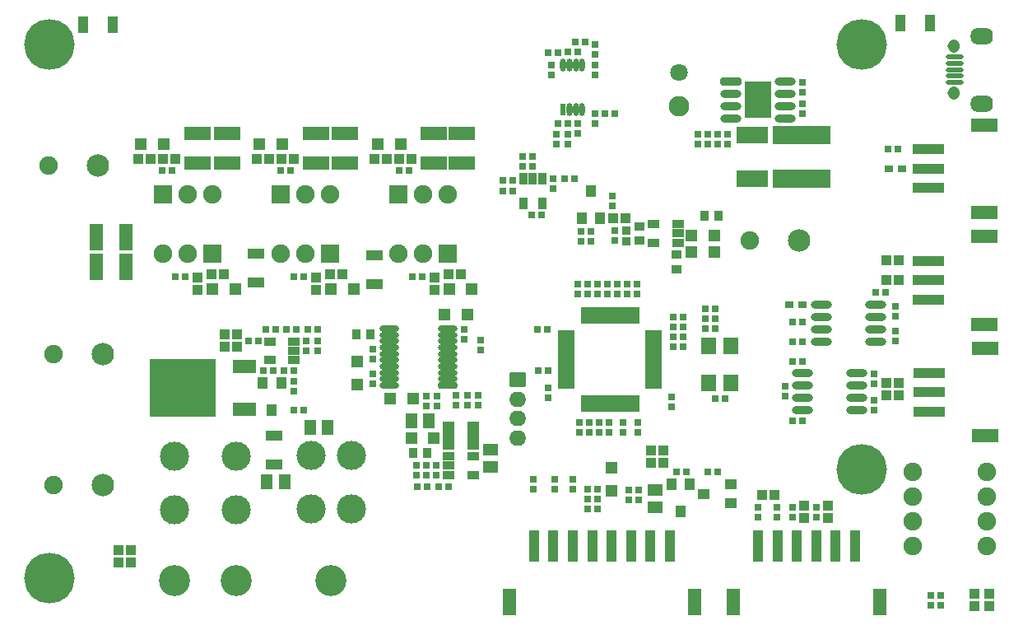
<source format=gts>
G04*
G04 #@! TF.GenerationSoftware,Altium Limited,Altium Designer,19.1.5 (86)*
G04*
G04 Layer_Color=8388736*
%FSLAX25Y25*%
%MOIN*%
G70*
G01*
G75*
%ADD61R,0.03800X0.02800*%
%ADD75R,0.04000X0.04000*%
%ADD76R,0.04000X0.04000*%
%ADD77R,0.03000X0.03000*%
%ADD78R,0.05131X0.04147*%
%ADD79R,0.06400X0.04600*%
%ADD80R,0.04147X0.05131*%
%ADD81R,0.04300X0.03800*%
%ADD82R,0.03000X0.03000*%
%ADD83O,0.02400X0.05131*%
%ADD84R,0.02400X0.05131*%
%ADD85R,0.04300X0.04000*%
%ADD86R,0.05147X0.04954*%
%ADD87R,0.05107X0.04835*%
%ADD88R,0.06600X0.04400*%
%ADD89R,0.12611X0.07060*%
%ADD90R,0.04400X0.06600*%
%ADD91R,0.04600X0.06400*%
%ADD92R,0.10800X0.05800*%
%ADD93R,0.04835X0.05107*%
%ADD94R,0.04954X0.05147*%
%ADD95R,0.05800X0.10800*%
%ADD96R,0.03950X0.12611*%
%ADD97R,0.05524X0.10642*%
%ADD98R,0.10642X0.05524*%
%ADD99R,0.12611X0.03950*%
%ADD100R,0.23241X0.07493*%
%ADD101R,0.26800X0.23800*%
%ADD102R,0.09400X0.05600*%
%ADD103R,0.03200X0.04800*%
%ADD104R,0.03600X0.04600*%
%ADD105R,0.04800X0.03200*%
%ADD106R,0.04600X0.03600*%
%ADD107R,0.11115X0.14619*%
G04:AMPARAMS|DCode=108|XSize=31.62mil|YSize=86.74mil|CornerRadius=9.91mil|HoleSize=0mil|Usage=FLASHONLY|Rotation=90.000|XOffset=0mil|YOffset=0mil|HoleType=Round|Shape=RoundedRectangle|*
%AMROUNDEDRECTD108*
21,1,0.03162,0.06693,0,0,90.0*
21,1,0.01181,0.08674,0,0,90.0*
1,1,0.01981,0.03347,0.00591*
1,1,0.01981,0.03347,-0.00591*
1,1,0.01981,-0.03347,-0.00591*
1,1,0.01981,-0.03347,0.00591*
%
%ADD108ROUNDEDRECTD108*%
%ADD109O,0.08674X0.03162*%
%ADD110R,0.05918X0.07099*%
G04:AMPARAMS|DCode=111|XSize=20mil|YSize=72mil|CornerRadius=7mil|HoleSize=0mil|Usage=FLASHONLY|Rotation=270.000|XOffset=0mil|YOffset=0mil|HoleType=Round|Shape=RoundedRectangle|*
%AMROUNDEDRECTD111*
21,1,0.02000,0.05800,0,0,270.0*
21,1,0.00600,0.07200,0,0,270.0*
1,1,0.01400,-0.02900,-0.00300*
1,1,0.01400,-0.02900,0.00300*
1,1,0.01400,0.02900,0.00300*
1,1,0.01400,0.02900,-0.00300*
%
%ADD111ROUNDEDRECTD111*%
%ADD112O,0.07800X0.02700*%
G04:AMPARAMS|DCode=113|XSize=27mil|YSize=78mil|CornerRadius=8.75mil|HoleSize=0mil|Usage=FLASHONLY|Rotation=90.000|XOffset=0mil|YOffset=0mil|HoleType=Round|Shape=RoundedRectangle|*
%AMROUNDEDRECTD113*
21,1,0.02700,0.06050,0,0,90.0*
21,1,0.00950,0.07800,0,0,90.0*
1,1,0.01750,0.03025,0.00475*
1,1,0.01750,0.03025,-0.00475*
1,1,0.01750,-0.03025,-0.00475*
1,1,0.01750,-0.03025,0.00475*
%
%ADD113ROUNDEDRECTD113*%
%ADD114R,0.04737X0.11430*%
%ADD115O,0.08674X0.03162*%
%ADD116R,0.03300X0.03300*%
%ADD117R,0.03800X0.04300*%
%ADD118R,0.01981X0.06706*%
%ADD119R,0.06706X0.01981*%
%ADD120C,0.20485*%
%ADD121C,0.11824*%
%ADD122C,0.12611*%
%ADD123C,0.09068*%
%ADD124C,0.07493*%
%ADD125R,0.07493X0.07493*%
%ADD126C,0.07493*%
%ADD127C,0.08280*%
%ADD128C,0.07099*%
G04:AMPARAMS|DCode=129|XSize=90mil|YSize=68mil|CornerRadius=27.2mil|HoleSize=0mil|Usage=FLASHONLY|Rotation=0.000|XOffset=0mil|YOffset=0mil|HoleType=Round|Shape=RoundedRectangle|*
%AMROUNDEDRECTD129*
21,1,0.09000,0.01360,0,0,0.0*
21,1,0.03560,0.06800,0,0,0.0*
1,1,0.05440,0.01780,-0.00680*
1,1,0.05440,-0.01780,-0.00680*
1,1,0.05440,-0.01780,0.00680*
1,1,0.05440,0.01780,0.00680*
%
%ADD129ROUNDEDRECTD129*%
%ADD130O,0.05000X0.05400*%
%ADD131O,0.06800X0.06300*%
G04:AMPARAMS|DCode=132|XSize=63mil|YSize=68mil|CornerRadius=10.88mil|HoleSize=0mil|Usage=FLASHONLY|Rotation=270.000|XOffset=0mil|YOffset=0mil|HoleType=Round|Shape=RoundedRectangle|*
%AMROUNDEDRECTD132*
21,1,0.06300,0.04625,0,0,270.0*
21,1,0.04125,0.06800,0,0,270.0*
1,1,0.02175,-0.02313,-0.02063*
1,1,0.02175,-0.02313,0.02063*
1,1,0.02175,0.02313,0.02063*
1,1,0.02175,0.02313,-0.02063*
%
%ADD132ROUNDEDRECTD132*%
G54D61*
X361200Y181500D02*
D03*
X355800D02*
D03*
X315600Y126500D02*
D03*
X321000D02*
D03*
G54D75*
X331300Y45200D02*
D03*
Y40200D02*
D03*
X321700Y45300D02*
D03*
Y40300D02*
D03*
X171900Y132600D02*
D03*
Y137600D02*
D03*
X76000Y132500D02*
D03*
Y137500D02*
D03*
X124000Y132500D02*
D03*
Y137500D02*
D03*
X43900Y27400D02*
D03*
Y22400D02*
D03*
X48900D02*
D03*
Y27400D02*
D03*
G54D76*
X264700Y67700D02*
D03*
X259700D02*
D03*
Y62700D02*
D03*
X264700D02*
D03*
X177400Y139100D02*
D03*
X182400D02*
D03*
X162500Y185500D02*
D03*
X157500D02*
D03*
X129500Y139000D02*
D03*
X134500D02*
D03*
X105000Y185500D02*
D03*
X100000D02*
D03*
X152500D02*
D03*
X147500D02*
D03*
X115000D02*
D03*
X110000D02*
D03*
X81500Y139000D02*
D03*
X86500D02*
D03*
X57000Y185500D02*
D03*
X52000D02*
D03*
X67000D02*
D03*
X62000D02*
D03*
X304500Y49500D02*
D03*
X309500D02*
D03*
X360000Y144500D02*
D03*
X355000D02*
D03*
X360000Y95000D02*
D03*
X355000D02*
D03*
X360000Y136500D02*
D03*
X355000D02*
D03*
X360000Y90000D02*
D03*
X355000D02*
D03*
X244260Y161492D02*
D03*
X249260D02*
D03*
X87000Y114500D02*
D03*
X92000D02*
D03*
Y109500D02*
D03*
X87000D02*
D03*
G54D77*
X269900Y59000D02*
D03*
X273900D02*
D03*
X282700Y58900D02*
D03*
X286700D02*
D03*
X199500Y177000D02*
D03*
X203500D02*
D03*
X199500Y172500D02*
D03*
X203500D02*
D03*
X228780Y233000D02*
D03*
X232780D02*
D03*
X225780Y229000D02*
D03*
X229780D02*
D03*
X217779Y228500D02*
D03*
X221779D02*
D03*
X245000Y204000D02*
D03*
X241000D02*
D03*
X221779Y200000D02*
D03*
X225780D02*
D03*
X373000Y5000D02*
D03*
X377000D02*
D03*
X373000Y9000D02*
D03*
X377000D02*
D03*
X166900Y138100D02*
D03*
X162900D02*
D03*
X71000Y138000D02*
D03*
X67000D02*
D03*
X61500Y181000D02*
D03*
X65500D02*
D03*
X157500D02*
D03*
X161500D02*
D03*
X119000Y138000D02*
D03*
X115000D02*
D03*
X109500Y181000D02*
D03*
X113500D02*
D03*
X224500Y177500D02*
D03*
X228500D02*
D03*
X214000Y100000D02*
D03*
X218000D02*
D03*
X317000Y119500D02*
D03*
X321000D02*
D03*
X317000Y111500D02*
D03*
X321000D02*
D03*
X317000Y103500D02*
D03*
X321000D02*
D03*
X317000Y79500D02*
D03*
X321000D02*
D03*
X238000Y52011D02*
D03*
X234000D02*
D03*
X238000Y48011D02*
D03*
X234000D02*
D03*
X238000Y44011D02*
D03*
X234000D02*
D03*
X359500Y189500D02*
D03*
X355500D02*
D03*
X285500Y121000D02*
D03*
X281500D02*
D03*
X173500Y53000D02*
D03*
X177500D02*
D03*
X231100Y156400D02*
D03*
X235100D02*
D03*
Y152400D02*
D03*
X231100D02*
D03*
X124500Y116500D02*
D03*
X120500D02*
D03*
X119000Y84000D02*
D03*
X115000D02*
D03*
X100500Y112000D02*
D03*
X96500D02*
D03*
X111000Y100000D02*
D03*
X115000D02*
D03*
X272500Y121500D02*
D03*
X268500D02*
D03*
X215200Y163000D02*
D03*
X211200D02*
D03*
X272500Y117500D02*
D03*
X268500D02*
D03*
X354500Y131500D02*
D03*
X350500D02*
D03*
X281500Y125000D02*
D03*
X285500D02*
D03*
X268500Y109500D02*
D03*
X272500D02*
D03*
X281500Y117000D02*
D03*
X285500D02*
D03*
X289500Y88500D02*
D03*
X285500D02*
D03*
X165000Y53000D02*
D03*
X169000D02*
D03*
X112000Y116500D02*
D03*
X116000D02*
D03*
X107500D02*
D03*
X103500D02*
D03*
X102500Y100000D02*
D03*
X106500D02*
D03*
X213500Y116500D02*
D03*
X217500D02*
D03*
X272500Y113500D02*
D03*
X268500D02*
D03*
G54D78*
X291892Y46360D02*
D03*
Y53840D02*
D03*
X280908Y50100D02*
D03*
G54D79*
X261200Y44500D02*
D03*
Y51700D02*
D03*
X194500Y60900D02*
D03*
Y68100D02*
D03*
G54D80*
X275340Y54092D02*
D03*
X267860D02*
D03*
X271600Y43108D02*
D03*
X235260Y172484D02*
D03*
X239000Y161500D02*
D03*
X231520D02*
D03*
X106000Y84008D02*
D03*
X102260Y94992D02*
D03*
X109740D02*
D03*
G54D81*
X270000Y141100D02*
D03*
Y146900D02*
D03*
X255000Y152600D02*
D03*
Y158400D02*
D03*
G54D82*
X180600Y90000D02*
D03*
Y86000D02*
D03*
X168500Y89500D02*
D03*
Y85500D02*
D03*
X189600Y90000D02*
D03*
Y86000D02*
D03*
X220000Y177500D02*
D03*
Y173500D02*
D03*
X219280Y219500D02*
D03*
Y223500D02*
D03*
X225780Y195500D02*
D03*
Y191500D02*
D03*
X236779Y219500D02*
D03*
Y223500D02*
D03*
Y228000D02*
D03*
Y232000D02*
D03*
X229780Y200000D02*
D03*
Y196000D02*
D03*
X236779Y204000D02*
D03*
Y200000D02*
D03*
X221280Y191500D02*
D03*
Y195500D02*
D03*
X238000Y131000D02*
D03*
Y135000D02*
D03*
X250000Y131000D02*
D03*
Y135000D02*
D03*
X254500Y47500D02*
D03*
Y51500D02*
D03*
X250500Y47500D02*
D03*
Y51500D02*
D03*
X120000Y112000D02*
D03*
Y108000D02*
D03*
X124500D02*
D03*
Y112000D02*
D03*
X173000Y89500D02*
D03*
Y85500D02*
D03*
X190400Y108200D02*
D03*
Y112200D02*
D03*
X185100Y90000D02*
D03*
Y86000D02*
D03*
X207500Y182500D02*
D03*
Y186500D02*
D03*
X326500Y40500D02*
D03*
Y44500D02*
D03*
X316900Y40600D02*
D03*
Y44600D02*
D03*
X310400Y40600D02*
D03*
Y44600D02*
D03*
X358500Y126000D02*
D03*
Y122000D02*
D03*
X303000Y40600D02*
D03*
Y44600D02*
D03*
X358500Y116000D02*
D03*
Y112000D02*
D03*
X228000Y56011D02*
D03*
Y52011D02*
D03*
X220500Y56011D02*
D03*
Y52011D02*
D03*
X212000Y56011D02*
D03*
Y52011D02*
D03*
X248100Y79000D02*
D03*
Y75000D02*
D03*
X321000Y208000D02*
D03*
Y204000D02*
D03*
X286500Y195500D02*
D03*
Y191500D02*
D03*
X321000Y216500D02*
D03*
Y212500D02*
D03*
X278500Y191500D02*
D03*
Y195500D02*
D03*
X164500Y57500D02*
D03*
Y61500D02*
D03*
X168500Y57500D02*
D03*
Y61500D02*
D03*
X172500D02*
D03*
Y57500D02*
D03*
X115000Y95500D02*
D03*
Y91500D02*
D03*
X184000Y116500D02*
D03*
Y112500D02*
D03*
X147000Y104500D02*
D03*
Y108500D02*
D03*
Y94500D02*
D03*
Y98500D02*
D03*
X211500Y186500D02*
D03*
Y182500D02*
D03*
X254000Y135000D02*
D03*
Y131000D02*
D03*
X238500Y75000D02*
D03*
Y79000D02*
D03*
X242500D02*
D03*
Y75000D02*
D03*
X314000Y93500D02*
D03*
Y89500D02*
D03*
X350000Y94500D02*
D03*
Y98500D02*
D03*
Y88000D02*
D03*
Y84000D02*
D03*
X230500Y75000D02*
D03*
Y79000D02*
D03*
X234500Y75000D02*
D03*
Y79000D02*
D03*
X234000Y135000D02*
D03*
Y131000D02*
D03*
X246000Y135000D02*
D03*
Y131000D02*
D03*
X230000D02*
D03*
Y135000D02*
D03*
X218000Y93000D02*
D03*
Y89000D02*
D03*
X267943Y89316D02*
D03*
Y85316D02*
D03*
X254200Y79000D02*
D03*
Y75000D02*
D03*
X290500Y195500D02*
D03*
Y191500D02*
D03*
X282500Y195500D02*
D03*
Y191500D02*
D03*
X244000Y166500D02*
D03*
Y170500D02*
D03*
X245000Y156500D02*
D03*
Y152500D02*
D03*
X242000Y135000D02*
D03*
Y131000D02*
D03*
G54D83*
X229059Y205500D02*
D03*
X231618D02*
D03*
X223941Y223500D02*
D03*
X229059D02*
D03*
X226500D02*
D03*
X231618D02*
D03*
X226500Y205500D02*
D03*
G54D84*
X223941D02*
D03*
G54D85*
X390500Y4500D02*
D03*
X396500D02*
D03*
X390500Y9500D02*
D03*
X396500D02*
D03*
G54D86*
X243500Y60571D02*
D03*
X140500Y94429D02*
D03*
G54D87*
X243500Y51429D02*
D03*
X140500Y103571D02*
D03*
G54D88*
X147500Y135000D02*
D03*
Y146800D02*
D03*
X99500Y135600D02*
D03*
Y147400D02*
D03*
X107000Y62000D02*
D03*
Y73800D02*
D03*
G54D89*
X300500Y195358D02*
D03*
Y177642D02*
D03*
G54D90*
X41400Y240000D02*
D03*
X29600D02*
D03*
X360600Y240500D02*
D03*
X372400D02*
D03*
G54D91*
X111100Y55000D02*
D03*
X103900D02*
D03*
X128600Y77000D02*
D03*
X121400D02*
D03*
X162400Y79500D02*
D03*
X169600D02*
D03*
G54D92*
X183000Y184000D02*
D03*
Y196000D02*
D03*
X171500Y184000D02*
D03*
Y196000D02*
D03*
X135500Y184000D02*
D03*
Y196000D02*
D03*
X88000Y184000D02*
D03*
Y196000D02*
D03*
X124000Y184000D02*
D03*
Y196000D02*
D03*
X76000Y184000D02*
D03*
Y196000D02*
D03*
G54D93*
X186971Y133100D02*
D03*
X53000Y191500D02*
D03*
X91071Y133000D02*
D03*
X101000Y191500D02*
D03*
X148929D02*
D03*
X139071Y133000D02*
D03*
X185071Y122500D02*
D03*
X153929Y88500D02*
D03*
X162429Y72500D02*
D03*
X275929Y148000D02*
D03*
Y154500D02*
D03*
G54D94*
X177829Y133100D02*
D03*
X62142Y191500D02*
D03*
X81929Y133000D02*
D03*
X110142Y191500D02*
D03*
X158071D02*
D03*
X129929Y133000D02*
D03*
X175929Y122500D02*
D03*
X163071Y88500D02*
D03*
X171571Y72500D02*
D03*
X285071Y148000D02*
D03*
Y154500D02*
D03*
G54D95*
X47000Y142000D02*
D03*
X35000D02*
D03*
X47000Y154000D02*
D03*
X35000D02*
D03*
G54D96*
X235752Y29000D02*
D03*
X243626D02*
D03*
X227878D02*
D03*
X251500D02*
D03*
X267248D02*
D03*
X259374D02*
D03*
X220004D02*
D03*
X212130D02*
D03*
X310752D02*
D03*
X318626D02*
D03*
X302878D02*
D03*
X326500D02*
D03*
X342248D02*
D03*
X334374D02*
D03*
G54D97*
X277091Y6362D02*
D03*
X202287D02*
D03*
X352091D02*
D03*
X293035D02*
D03*
G54D98*
X394638Y118783D02*
D03*
Y154217D02*
D03*
X395000Y108933D02*
D03*
Y73500D02*
D03*
X394500Y164000D02*
D03*
Y199433D02*
D03*
G54D99*
X372000Y136500D02*
D03*
Y144374D02*
D03*
Y128626D02*
D03*
X372362Y83342D02*
D03*
Y99090D02*
D03*
Y91216D02*
D03*
X371862Y181717D02*
D03*
Y189591D02*
D03*
Y173843D02*
D03*
G54D100*
X320500Y177642D02*
D03*
Y195358D02*
D03*
G54D101*
X70000Y93000D02*
D03*
G54D102*
X95000Y84250D02*
D03*
X95000Y101750D02*
D03*
G54D103*
X215440Y177500D02*
D03*
X207960D02*
D03*
X211700D02*
D03*
G54D104*
X207960Y167657D02*
D03*
X215440D02*
D03*
G54D105*
X177579Y65240D02*
D03*
Y57760D02*
D03*
Y61500D02*
D03*
X270421Y151760D02*
D03*
Y159240D02*
D03*
Y155500D02*
D03*
X114921Y104260D02*
D03*
Y111740D02*
D03*
Y108000D02*
D03*
G54D106*
X187421Y57760D02*
D03*
Y65240D02*
D03*
X260579Y159240D02*
D03*
Y151760D02*
D03*
X105079Y111740D02*
D03*
Y104260D02*
D03*
G54D107*
X303000Y209500D02*
D03*
G54D108*
X292000Y217000D02*
D03*
G54D109*
Y212000D02*
D03*
Y207000D02*
D03*
X314000Y202000D02*
D03*
Y212000D02*
D03*
Y217000D02*
D03*
Y207000D02*
D03*
X292000Y202000D02*
D03*
X328500Y121500D02*
D03*
Y116500D02*
D03*
X350500Y111500D02*
D03*
Y121500D02*
D03*
Y126500D02*
D03*
Y116500D02*
D03*
X328500Y111500D02*
D03*
X321000Y94000D02*
D03*
Y89000D02*
D03*
X343000Y84000D02*
D03*
Y94000D02*
D03*
Y99000D02*
D03*
Y89000D02*
D03*
X321000Y84000D02*
D03*
G54D110*
X282972Y95020D02*
D03*
Y109980D02*
D03*
X292028D02*
D03*
Y95020D02*
D03*
G54D111*
X382500Y226890D02*
D03*
Y224331D02*
D03*
Y221772D02*
D03*
Y219213D02*
D03*
Y216653D02*
D03*
G54D112*
X153700Y109339D02*
D03*
Y106780D02*
D03*
X177300Y117016D02*
D03*
X153700Y96543D02*
D03*
Y99102D02*
D03*
Y111898D02*
D03*
Y104220D02*
D03*
X177300Y114457D02*
D03*
Y106780D02*
D03*
Y101661D02*
D03*
Y111898D02*
D03*
Y109339D02*
D03*
Y104220D02*
D03*
X153700Y117016D02*
D03*
Y114457D02*
D03*
Y93984D02*
D03*
X177300Y96543D02*
D03*
Y99102D02*
D03*
X153700Y101661D02*
D03*
G54D113*
X177300Y93984D02*
D03*
G54D114*
X187421Y73500D02*
D03*
X177579D02*
D03*
G54D115*
X328500Y126500D02*
D03*
X321000Y99000D02*
D03*
G54D116*
X249500Y152400D02*
D03*
Y156600D02*
D03*
G54D117*
X145900Y114500D02*
D03*
X140100D02*
D03*
X286900Y162500D02*
D03*
X281100D02*
D03*
X163100Y66500D02*
D03*
X168900D02*
D03*
G54D118*
X251858Y122216D02*
D03*
X249890D02*
D03*
X247921D02*
D03*
X245953D02*
D03*
X253827D02*
D03*
X243984D02*
D03*
X242016D02*
D03*
X240047D02*
D03*
X238079D02*
D03*
X236110D02*
D03*
X234142D02*
D03*
X232173D02*
D03*
Y86783D02*
D03*
X234142D02*
D03*
X236110D02*
D03*
X238079D02*
D03*
X240047D02*
D03*
X242016D02*
D03*
X243984D02*
D03*
X245953D02*
D03*
X247921D02*
D03*
X249890D02*
D03*
X251858D02*
D03*
X253827D02*
D03*
G54D119*
X260717Y93673D02*
D03*
Y95642D02*
D03*
Y97610D02*
D03*
Y99579D02*
D03*
Y101547D02*
D03*
Y103516D02*
D03*
Y105484D02*
D03*
Y107453D02*
D03*
Y109421D02*
D03*
Y111390D02*
D03*
Y113358D02*
D03*
Y115327D02*
D03*
X225284D02*
D03*
Y113358D02*
D03*
Y111390D02*
D03*
Y109421D02*
D03*
Y107453D02*
D03*
Y105484D02*
D03*
Y103516D02*
D03*
Y101547D02*
D03*
Y99579D02*
D03*
Y97610D02*
D03*
Y95642D02*
D03*
Y93673D02*
D03*
G54D120*
X16000Y232000D02*
D03*
Y16000D02*
D03*
X345000Y232000D02*
D03*
Y60000D02*
D03*
G54D121*
X121732Y44134D02*
D03*
Y65787D02*
D03*
X138268Y44134D02*
D03*
Y65787D02*
D03*
X91500Y65394D02*
D03*
Y43740D02*
D03*
X66500Y65394D02*
D03*
Y43740D02*
D03*
G54D122*
X130000Y15000D02*
D03*
X91500D02*
D03*
X66500D02*
D03*
G54D123*
X35500Y183000D02*
D03*
X319500Y152500D02*
D03*
X37500Y106500D02*
D03*
Y53500D02*
D03*
G54D124*
X15500Y183000D02*
D03*
X299500Y152500D02*
D03*
X17500Y106500D02*
D03*
Y53500D02*
D03*
X365500Y59000D02*
D03*
Y49000D02*
D03*
Y39000D02*
D03*
X395500Y49000D02*
D03*
X365500Y29000D02*
D03*
X395500Y39000D02*
D03*
Y29000D02*
D03*
Y59000D02*
D03*
G54D125*
X61728Y171248D02*
D03*
X81728Y147248D02*
D03*
X109478Y171248D02*
D03*
X129478Y147248D02*
D03*
X157228Y171248D02*
D03*
X177228Y147248D02*
D03*
G54D126*
X71728Y171248D02*
D03*
X81728D02*
D03*
X71728Y147248D02*
D03*
X61728D02*
D03*
X119478Y171248D02*
D03*
X129478D02*
D03*
X119478Y147248D02*
D03*
X109478D02*
D03*
X167228Y171248D02*
D03*
X177228D02*
D03*
X167228Y147248D02*
D03*
X157228D02*
D03*
G54D127*
X271000Y207000D02*
D03*
G54D128*
X271000Y220650D02*
D03*
G54D129*
X393500Y208100D02*
D03*
Y235443D02*
D03*
G54D130*
X382200Y212224D02*
D03*
Y231319D02*
D03*
G54D131*
X205500Y80500D02*
D03*
Y88374D02*
D03*
Y72626D02*
D03*
G54D132*
Y96248D02*
D03*
M02*

</source>
